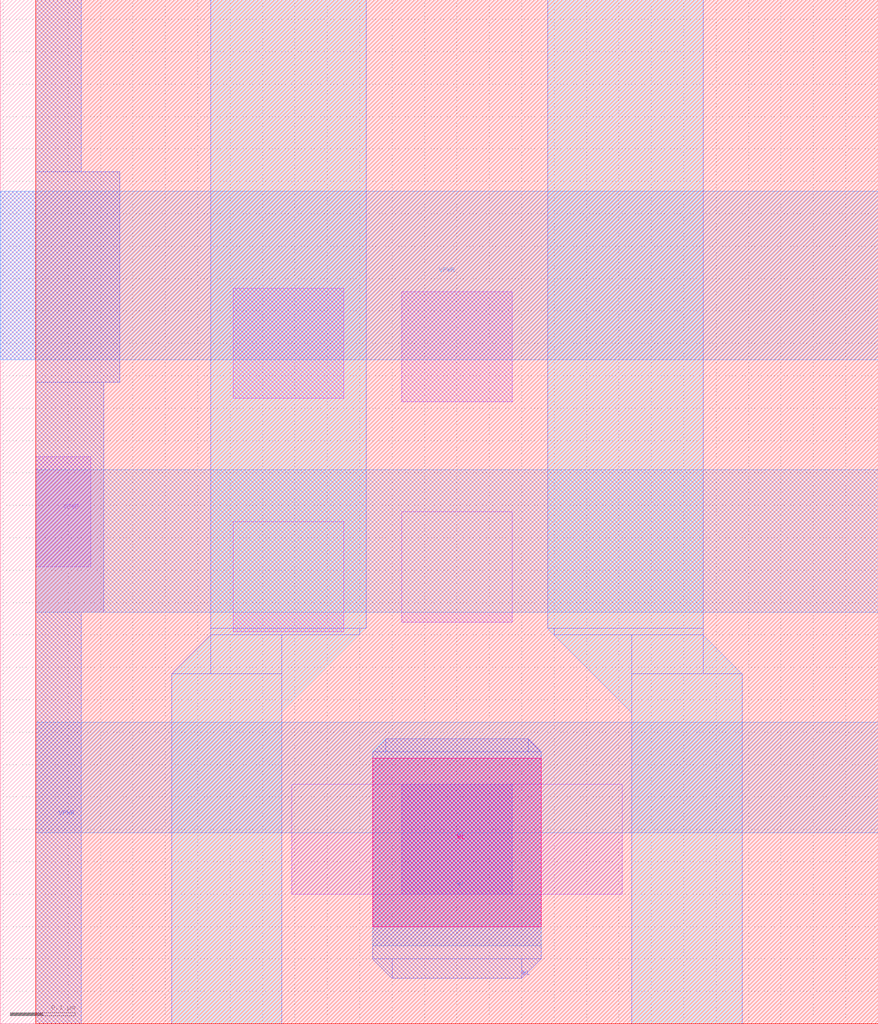
<source format=lef>
VERSION 5.7 ;
  NOWIREEXTENSIONATPIN ON ;
  DIVIDERCHAR "/" ;
  BUSBITCHARS "[]" ;
MACRO sky130_fd_bd_sram__openram_sp_rowend_replica
  CLASS BLOCK ;
  FOREIGN sky130_fd_bd_sram__openram_sp_rowend_replica ;
  ORIGIN 0.055 0.000 ;
  SIZE 1.355 BY 1.580 ;
  PIN VPWR
    ANTENNADIFFAREA 0.021600 ;
    PORT
      LAYER li1 ;
        RECT 0.000 0.705 0.085 0.875 ;
      LAYER met1 ;
        RECT 0.000 1.315 0.070 1.580 ;
        RECT 0.000 1.285 0.130 1.315 ;
        RECT -0.055 1.025 0.130 1.285 ;
        RECT 0.000 0.990 0.130 1.025 ;
        RECT 0.000 0.635 0.105 0.990 ;
        RECT 0.000 0.000 0.070 0.635 ;
      LAYER met2 ;
        RECT -0.055 1.025 1.300 1.285 ;
    END
  END VPWR
  PIN WL
    PORT
      LAYER li1 ;
        RECT 0.395 0.200 0.905 0.370 ;
      LAYER mcon ;
        RECT 0.565 0.200 0.735 0.370 ;
      LAYER met1 ;
        POLYGON 0.540 0.440 0.540 0.420 0.520 0.420 ;
        RECT 0.540 0.420 0.760 0.440 ;
        POLYGON 0.760 0.440 0.780 0.420 0.760 0.420 ;
        RECT 0.520 0.100 0.780 0.420 ;
        POLYGON 0.520 0.100 0.550 0.100 0.550 0.070 ;
        RECT 0.550 0.070 0.750 0.100 ;
        POLYGON 0.750 0.100 0.780 0.100 0.750 0.070 ;
      LAYER via ;
        RECT 0.520 0.150 0.780 0.410 ;
      LAYER met2 ;
        RECT 0.000 0.295 1.300 0.465 ;
        RECT 0.520 0.120 0.780 0.295 ;
    END
  END WL
  OBS
      LAYER nwell ;
        RECT 0.000 0.000 1.300 1.580 ;
      LAYER li1 ;
        RECT 0.305 0.965 0.475 1.135 ;
        RECT 0.565 0.960 0.735 1.130 ;
        RECT 0.305 0.605 0.475 0.775 ;
        RECT 0.565 0.620 0.735 0.790 ;
      LAYER met1 ;
        RECT 0.270 0.610 0.510 1.580 ;
        RECT 0.270 0.600 0.500 0.610 ;
        POLYGON 0.500 0.610 0.510 0.610 0.500 0.600 ;
        RECT 0.790 0.610 1.030 1.580 ;
        POLYGON 0.790 0.610 0.800 0.610 0.800 0.600 ;
        RECT 0.800 0.600 1.030 0.610 ;
        POLYGON 0.270 0.600 0.270 0.540 0.210 0.540 ;
        RECT 0.270 0.540 0.380 0.600 ;
        RECT 0.210 0.000 0.380 0.540 ;
        POLYGON 0.380 0.600 0.500 0.600 0.380 0.480 ;
        POLYGON 0.800 0.600 0.920 0.600 0.920 0.480 ;
        RECT 0.920 0.540 1.030 0.600 ;
        POLYGON 1.030 0.600 1.090 0.540 1.030 0.540 ;
        RECT 0.920 0.000 1.090 0.540 ;
      LAYER met2 ;
        RECT 0.000 0.635 1.300 0.855 ;
  END
END sky130_fd_bd_sram__openram_sp_rowend_replica
END LIBRARY


</source>
